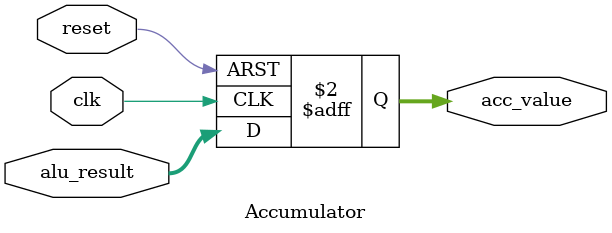
<source format=v>
module Accumulator (
    input clk,
    input reset,
    input [15:0] alu_result,   // Result from the ALU
    output reg [15:0] acc_value // Accumulator value
);
    always @(posedge clk or posedge reset) begin
        if (reset)
            acc_value <= 16'b0;  // Reset the accumulator
        else
            acc_value <= alu_result; // Store ALU result in the accumulator
    end
endmodule

</source>
